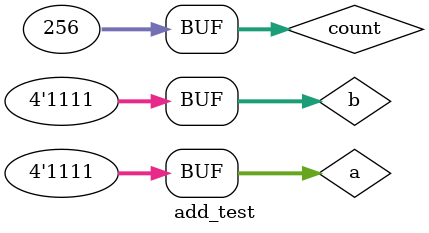
<source format=v>
module add(a, b, s, c);
  input [3:0] a, b;
  output [3:0] s;
  output c;
  wire c1, c2, c3,c4,c22,c33,c44,s2,s3,s4,co1,co2,co3;
  
  half h0(s[0],c1,a[0],b[0]);
  
  half h2(s2,c2,a[1],b[1]);
  half h3(s[1],c22,s2,c1);
  or(co1,c2,c22);
  
  half h4(s3,c3,a[2],b[2]);
  half h5(s[2],c33,s3,co1);
  or(co2,c3,c33);
  
  half h6(s4,c4,a[3],b[3]);
  half h7(s[3],c44,s4,co2);
  or(c,c4,c44);
  
endmodule

module half(s, c, a, b);
  input a, b;
  output s, c;
  xor xor_gate(s, a, b);
  and and_gate(c, a, b);
endmodule


module add_test;
  reg [3:0]a,b;
  wire [3:0]s;
  wire c;
  add test(a,b,s,c);
  integer count;
  initial begin
     $dumpfile("dump.vcd");
            $dumpvars;
    for(count=0;count<256;count=count+1)begin
      {a,b}=count;
      #20;
    end
  end
endmodule

</source>
